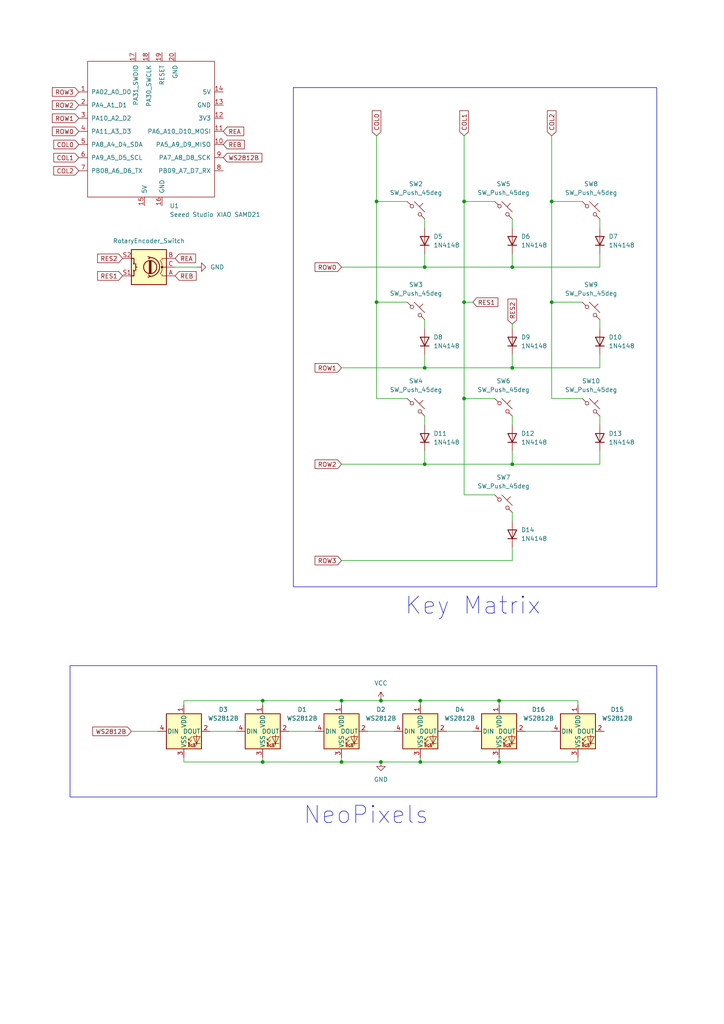
<source format=kicad_sch>
(kicad_sch (version 20231120) (generator "eeschema") (generator_version "8.0")
  (paper "A4" portrait)
  (lib_symbols
    (symbol "Device:RotaryEncoder_Switch" (pin_names (offset 0.254) hide)
      (property "Reference" "SW" (at 0 6.604 0))
      (property "Value" "RotaryEncoder_Switch" (at 0 -6.604 0))
      (symbol "RotaryEncoder_Switch_0_1"
        (rectangle (start -5.08 5.08) (end 5.08 -5.08) (stroke (width 0.254)) (fill (type background)))
        (circle (center -3.81 0) (radius 0.254) (fill (type outline)))
        (circle (center -0.381 0) (radius 1.905) (stroke (width 0.254)))
        (arc (start -0.381 2.667) (mid -3.0988 -0.0635) (end -0.381 -2.794) (stroke (width 0.254)))
        (polyline (pts (xy -0.635 -1.778) (xy -0.635 1.778)) (stroke (width 0.254)))
        (polyline (pts (xy -0.381 -1.778) (xy -0.381 1.778)) (stroke (width 0.254)))
        (polyline (pts (xy -0.127 1.778) (xy -0.127 -1.778)) (stroke (width 0.254)))
        (polyline (pts (xy 3.81 0) (xy 3.429 0)) (stroke (width 0.254)))
        (polyline (pts (xy 3.81 1.016) (xy 3.81 -1.016)) (stroke (width 0.254)))
        (polyline (pts (xy -5.08 -2.54) (xy -3.81 -2.54) (xy -3.81 -2.032)))
        (polyline (pts (xy -5.08 2.54) (xy -3.81 2.54) (xy -3.81 2.032)))
        (polyline (pts (xy 0.254 -3.048) (xy -0.508 -2.794) (xy 0.127 -2.413)) (stroke (width 0.254)))
        (polyline (pts (xy 0.254 2.921) (xy -0.508 2.667) (xy 0.127 2.286)) (stroke (width 0.254)))
        (polyline (pts (xy 5.08 -2.54) (xy 4.318 -2.54) (xy 4.318 -1.016)) (stroke (width 0.254)))
        (polyline (pts (xy 5.08 2.54) (xy 4.318 2.54) (xy 4.318 1.016)) (stroke (width 0.254)))
        (polyline (pts (xy -5.08 0) (xy -3.81 0) (xy -3.81 -1.016) (xy -3.302 -2.032)))
        (polyline (pts (xy -4.318 0) (xy -3.81 0) (xy -3.81 1.016) (xy -3.302 2.032)))
        (circle (center 4.318 -1.016) (radius 0.127) (stroke (width 0.254)))
        (circle (center 4.318 1.016) (radius 0.127) (stroke (width 0.254)))
      )
      (symbol "RotaryEncoder_Switch_1_1"
        (pin passive line (at -7.62 2.54 0) (length 2.54) (name "A") (number "A"))
        (pin passive line (at -7.62 -2.54 0) (length 2.54) (name "B") (number "B"))
        (pin passive line (at -7.62 0 0) (length 2.54) (name "C") (number "C"))
        (pin passive line (at 7.62 2.54 180) (length 2.54) (name "S1") (number "S1"))
        (pin passive line (at 7.62 -2.54 180) (length 2.54) (name "S2") (number "S2"))
      )
    )
    (symbol "Diode:1N4148" (pin_numbers hide) (pin_names hide)
      (property "Reference" "D" (at 0 2.54 0))
      (property "Value" "1N4148" (at 0 -2.54 0))
      (symbol "1N4148_0_1"
        (polyline (pts (xy -1.27 1.27) (xy -1.27 -1.27)) (stroke (width 0.254)))
        (polyline (pts (xy 1.27 0) (xy -1.27 0)))
        (polyline (pts (xy 1.27 1.27) (xy 1.27 -1.27) (xy -1.27 0) (xy 1.27 1.27)) (stroke (width 0.254)))
      )
      (symbol "1N4148_1_1"
        (pin passive line (at -3.81 0 0) (length 2.54) (name "K") (number "1"))
        (pin passive line (at 3.81 0 180) (length 2.54) (name "A") (number "2"))
      )
    )
    (symbol "LED:WS2812B" (pin_names (offset 0.254))
      (property "Reference" "D" (at 5.08 5.715 0))
      (property "Value" "WS2812B" (at 1.27 -5.715 0))
      (symbol "WS2812B_0_0"
        (text "RGB" (at 2.286 -4.191 0) (effects (font (size 0.762 0.762))))
      )
      (symbol "WS2812B_0_1"
        (polyline (pts (xy 1.27 -3.556) (xy 1.778 -3.556)))
        (polyline (pts (xy 1.27 -2.54) (xy 1.778 -2.54)))
        (polyline (pts (xy 4.699 -3.556) (xy 2.667 -3.556)))
        (polyline (pts (xy 2.286 -2.54) (xy 1.27 -3.556) (xy 1.27 -3.048)))
        (polyline (pts (xy 2.286 -1.524) (xy 1.27 -2.54) (xy 1.27 -2.032)))
        (polyline (pts (xy 3.683 -1.016) (xy 3.683 -3.556) (xy 3.683 -4.064)))
        (polyline (pts (xy 4.699 -1.524) (xy 2.667 -1.524) (xy 3.683 -3.556) (xy 4.699 -1.524)))
        (rectangle (start 5.08 5.08) (end -5.08 -5.08) (stroke (width 0.254)) (fill (type background)))
      )
      (symbol "WS2812B_1_1"
        (pin power_in line (at 0 7.62 270) (length 2.54) (name "VDD") (number "1"))
        (pin output line (at 7.62 0 180) (length 2.54) (name "DOUT") (number "2"))
        (pin power_in line (at 0 -7.62 90) (length 2.54) (name "VSS") (number "3"))
        (pin input line (at -7.62 0 0) (length 2.54) (name "DIN") (number "4"))
      )
    )
    (symbol "Seeed_Studio_XIAO_Series:Seeed Studio XIAO SAMD21" (pin_names (offset 1.016))
      (property "Reference" "U" (at -19.05 22.86 0))
      (property "Value" "Seeed Studio XIAO SAMD21" (at -12.7 21.59 0))
      (symbol "Seeed Studio XIAO SAMD21_0_1"
        (rectangle (start -19.05 20.32) (end 17.78 -19.05))
      )
      (symbol "Seeed Studio XIAO SAMD21_1_1"
        (pin unspecified line (at -21.59 11.43 0) (length 2.54) (name "PA02_A0_D0") (number "1"))
        (pin unspecified line (at 20.32 -3.81 180) (length 2.54) (name "PA5_A9_D9_MISO") (number "10"))
        (pin unspecified line (at 20.32 0 180) (length 2.54) (name "PA6_A10_D10_MOSI") (number "11"))
        (pin unspecified line (at 20.32 3.81 180) (length 2.54) (name "3V3") (number "12"))
        (pin unspecified line (at 20.32 7.62 180) (length 2.54) (name "GND") (number "13"))
        (pin unspecified line (at 20.32 11.43 180) (length 2.54) (name "5V") (number "14"))
        (pin input line (at -2.54 -21.59 90) (length 2.54) (name "5V") (number "15"))
        (pin input line (at 2.54 -21.59 90) (length 2.54) (name "GND") (number "16"))
        (pin input line (at -5.08 22.86 270) (length 2.54) (name "PA31_SWDIO") (number "17"))
        (pin input line (at -1.27 22.86 270) (length 2.54) (name "PA30_SWCLK") (number "18"))
        (pin input line (at 2.54 22.86 270) (length 2.54) (name "RESET") (number "19"))
        (pin unspecified line (at -21.59 7.62 0) (length 2.54) (name "PA4_A1_D1") (number "2"))
        (pin input line (at 6.35 22.86 270) (length 2.54) (name "GND") (number "20"))
        (pin unspecified line (at -21.59 3.81 0) (length 2.54) (name "PA10_A2_D2") (number "3"))
        (pin unspecified line (at -21.59 0 0) (length 2.54) (name "PA11_A3_D3") (number "4"))
        (pin unspecified line (at -21.59 -3.81 0) (length 2.54) (name "PA8_A4_D4_SDA") (number "5"))
        (pin unspecified line (at -21.59 -7.62 0) (length 2.54) (name "PA9_A5_D5_SCL") (number "6"))
        (pin unspecified line (at -21.59 -11.43 0) (length 2.54) (name "PB08_A6_D6_TX") (number "7"))
        (pin unspecified line (at 20.32 -11.43 180) (length 2.54) (name "PB09_A7_D7_RX") (number "8"))
        (pin unspecified line (at 20.32 -7.62 180) (length 2.54) (name "PA7_A8_D8_SCK") (number "9"))
      )
    )
    (symbol "Switch:SW_Push_45deg" (pin_numbers hide) (pin_names (offset 1.016) hide)
      (property "Reference" "SW" (at 3.048 1.016 0))
      (property "Value" "SW_Push_45deg" (at 0 -3.81 0))
      (symbol "SW_Push_45deg_0_1"
        (circle (center -1.1684 1.1684) (radius 0.508))
        (polyline (pts (xy -0.508 2.54) (xy 2.54 -0.508)))
        (polyline (pts (xy 1.016 1.016) (xy 2.032 2.032)))
        (polyline (pts (xy -2.54 2.54) (xy -1.524 1.524) (xy -1.524 1.524)))
        (polyline (pts (xy 1.524 -1.524) (xy 2.54 -2.54) (xy 2.54 -2.54) (xy 2.54 -2.54)))
        (circle (center 1.143 -1.1938) (radius 0.508))
        (pin passive line (at -2.54 2.54 0) (length 0) (name "1") (number "1"))
        (pin passive line (at 2.54 -2.54 180) (length 0) (name "2") (number "2"))
      )
    )
    (symbol "power:GND" (power) (pin_numbers hide) (pin_names (offset 0) hide)
      (property "Value" "GND" (at 0 -3.81 0))
      (symbol "GND_0_1"
        (polyline (pts (xy 0 0) (xy 0 -1.27) (xy 1.27 -1.27) (xy 0 -2.54) (xy -1.27 -1.27) (xy 0 -1.27)))
      )
      (symbol "GND_1_1"
        (pin power_in line (at 0 0 270) (length 0) (name "~") (number "1"))
      )
    )
    (symbol "power:VCC" (power) (pin_numbers hide) (pin_names (offset 0) hide)
      (property "Value" "VCC" (at 0 3.556 0))
      (symbol "VCC_0_1"
        (polyline (pts (xy -0.762 1.27) (xy 0 2.54)))
        (polyline (pts (xy 0 0) (xy 0 2.54)))
        (polyline (pts (xy 0 2.54) (xy 0.762 1.27)))
      )
      (symbol "VCC_1_1"
        (pin power_in line (at 0 0 90) (length 0) (name "~") (number "1"))
      )
    )
  )
  (junction (at 134.62 87.63))
  (junction (at 123.19 77.47))
  (junction (at 109.22 87.63))
  (junction (at 144.78 203.2))
  (junction (at 121.92 203.2))
  (junction (at 99.06 220.98))
  (junction (at 110.49 203.2))
  (junction (at 110.49 220.98))
  (junction (at 123.19 106.68))
  (junction (at 160.02 87.63))
  (junction (at 160.02 58.42))
  (junction (at 148.59 134.62))
  (junction (at 123.19 134.62))
  (junction (at 148.59 77.47))
  (junction (at 134.62 58.42))
  (junction (at 144.78 220.98))
  (junction (at 134.62 115.57))
  (junction (at 109.22 58.42))
  (junction (at 148.59 106.68))
  (junction (at 121.92 220.98))
  (junction (at 99.06 203.2))
  (junction (at 76.2 203.2))
  (junction (at 76.2 220.98))
  (wire (pts (xy 144.78 204.47) (xy 144.78 203.2)))
  (wire (pts (xy 123.19 102.87) (xy 123.19 106.68)))
  (wire (pts (xy 167.64 203.2) (xy 144.78 203.2)))
  (wire (pts (xy 99.06 134.62) (xy 123.19 134.62)))
  (wire (pts (xy 76.2 220.98) (xy 76.2 219.71)))
  (wire (pts (xy 160.02 87.63) (xy 160.02 115.57)))
  (wire (pts (xy 144.78 220.98) (xy 121.92 220.98)))
  (wire (pts (xy 123.19 77.47) (xy 148.59 77.47)))
  (wire (pts (xy 106.68 212.09) (xy 114.3 212.09)))
  (wire (pts (xy 121.92 203.2) (xy 144.78 203.2)))
  (wire (pts (xy 148.59 73.66) (xy 148.59 77.47)))
  (wire (pts (xy 167.64 219.71) (xy 167.64 220.98)))
  (wire (pts (xy 38.1 212.09) (xy 45.72 212.09)))
  (wire (pts (xy 109.22 58.42) (xy 109.22 87.63)))
  (wire (pts (xy 160.02 58.42) (xy 168.91 58.42)))
  (wire (pts (xy 110.49 220.98) (xy 121.92 220.98)))
  (wire (pts (xy 60.96 212.09) (xy 68.58 212.09)))
  (wire (pts (xy 167.64 204.47) (xy 167.64 203.2)))
  (wire (pts (xy 76.2 203.2) (xy 76.2 204.47)))
  (wire (pts (xy 123.19 63.5) (xy 123.19 66.04)))
  (wire (pts (xy 121.92 220.98) (xy 121.92 219.71)))
  (wire (pts (xy 53.34 203.2) (xy 53.34 204.47)))
  (wire (pts (xy 109.22 87.63) (xy 109.22 115.57)))
  (wire (pts (xy 134.62 115.57) (xy 134.62 143.51)))
  (wire (pts (xy 148.59 148.59) (xy 148.59 151.13)))
  (wire (pts (xy 144.78 219.71) (xy 144.78 220.98)))
  (wire (pts (xy 109.22 58.42) (xy 118.11 58.42)))
  (wire (pts (xy 152.4 212.09) (xy 160.02 212.09)))
  (wire (pts (xy 99.06 220.98) (xy 110.49 220.98)))
  (wire (pts (xy 173.99 77.47) (xy 173.99 73.66)))
  (wire (pts (xy 173.99 92.71) (xy 173.99 95.25)))
  (wire (pts (xy 160.02 87.63) (xy 168.91 87.63)))
  (wire (pts (xy 83.82 212.09) (xy 91.44 212.09)))
  (wire (pts (xy 134.62 58.42) (xy 143.51 58.42)))
  (wire (pts (xy 148.59 102.87) (xy 148.59 106.68)))
  (wire (pts (xy 148.59 130.81) (xy 148.59 134.62)))
  (wire (pts (xy 148.59 77.47) (xy 173.99 77.47)))
  (wire (pts (xy 148.59 93.98) (xy 148.59 95.25)))
  (wire (pts (xy 123.19 106.68) (xy 148.59 106.68)))
  (wire (pts (xy 99.06 203.2) (xy 110.49 203.2)))
  (wire (pts (xy 134.62 39.37) (xy 134.62 58.42)))
  (wire (pts (xy 129.54 212.09) (xy 137.16 212.09)))
  (wire (pts (xy 121.92 203.2) (xy 121.92 204.47)))
  (wire (pts (xy 99.06 203.2) (xy 99.06 204.47)))
  (wire (pts (xy 148.59 106.68) (xy 173.99 106.68)))
  (wire (pts (xy 134.62 58.42) (xy 134.62 87.63)))
  (wire (pts (xy 53.34 220.98) (xy 53.34 219.71)))
  (wire (pts (xy 148.59 63.5) (xy 148.59 66.04)))
  (wire (pts (xy 173.99 63.5) (xy 173.99 66.04)))
  (wire (pts (xy 99.06 77.47) (xy 123.19 77.47)))
  (wire (pts (xy 99.06 106.68) (xy 123.19 106.68)))
  (wire (pts (xy 123.19 92.71) (xy 123.19 95.25)))
  (wire (pts (xy 109.22 39.37) (xy 109.22 58.42)))
  (wire (pts (xy 76.2 203.2) (xy 99.06 203.2)))
  (wire (pts (xy 134.62 87.63) (xy 134.62 115.57)))
  (wire (pts (xy 134.62 115.57) (xy 143.51 115.57)))
  (wire (pts (xy 109.22 115.57) (xy 118.11 115.57)))
  (wire (pts (xy 76.2 220.98) (xy 99.06 220.98)))
  (wire (pts (xy 53.34 203.2) (xy 76.2 203.2)))
  (wire (pts (xy 123.19 73.66) (xy 123.19 77.47)))
  (wire (pts (xy 167.64 220.98) (xy 144.78 220.98)))
  (wire (pts (xy 110.49 203.2) (xy 121.92 203.2)))
  (wire (pts (xy 99.06 220.98) (xy 99.06 219.71)))
  (wire (pts (xy 148.59 134.62) (xy 173.99 134.62)))
  (wire (pts (xy 99.06 162.56) (xy 148.59 162.56)))
  (wire (pts (xy 160.02 115.57) (xy 168.91 115.57)))
  (wire (pts (xy 53.34 220.98) (xy 76.2 220.98)))
  (wire (pts (xy 109.22 87.63) (xy 118.11 87.63)))
  (wire (pts (xy 57.15 77.47) (xy 50.8 77.47)))
  (wire (pts (xy 123.19 130.81) (xy 123.19 134.62)))
  (wire (pts (xy 123.19 134.62) (xy 148.59 134.62)))
  (wire (pts (xy 134.62 143.51) (xy 143.51 143.51)))
  (wire (pts (xy 173.99 120.65) (xy 173.99 123.19)))
  (wire (pts (xy 134.62 87.63) (xy 137.16 87.63)))
  (wire (pts (xy 173.99 106.68) (xy 173.99 102.87)))
  (wire (pts (xy 160.02 58.42) (xy 160.02 87.63)))
  (wire (pts (xy 160.02 39.37) (xy 160.02 58.42)))
  (wire (pts (xy 148.59 162.56) (xy 148.59 158.75)))
  (wire (pts (xy 123.19 120.65) (xy 123.19 123.19)))
  (wire (pts (xy 148.59 120.65) (xy 148.59 123.19)))
  (wire (pts (xy 173.99 134.62) (xy 173.99 130.81)))
  (rectangle (start 85.09 25.4) (end 190.5 170.18))
  (rectangle (start 20.32 193.04) (end 190.5 231.14))
  (text "NeoPixels" (at 106.172 236.474 0) (effects (font (size 5 5))))
  (text "Key Matrix" (at 137.16 175.768 0) (effects (font (size 5 5))))
  (global_label "COL0" (shape input) (at 109.22 39.37 90) (property "Intersheetrefs" "${INTERSHEET_REFS}" (effects (hide yes))))
  (global_label "WS2812B" (shape input) (at 64.77 45.72 0) (property "Intersheetrefs" "${INTERSHEET_REFS}" (effects (hide yes))))
  (global_label "REA" (shape input) (at 64.77 38.1 0) (property "Intersheetrefs" "${INTERSHEET_REFS}" (effects (hide yes))))
  (global_label "COL1" (shape input) (at 22.86 45.72 180) (property "Intersheetrefs" "${INTERSHEET_REFS}" (effects (hide yes))))
  (global_label "ROW2" (shape input) (at 99.06 134.62 180) (property "Intersheetrefs" "${INTERSHEET_REFS}" (effects (hide yes))))
  (global_label "COL2" (shape input) (at 22.86 49.53 180) (property "Intersheetrefs" "${INTERSHEET_REFS}" (effects (hide yes))))
  (global_label "RES1" (shape input) (at 35.56 80.01 180) (property "Intersheetrefs" "${INTERSHEET_REFS}" (effects (hide yes))))
  (global_label "REB" (shape input) (at 64.77 41.91 0) (property "Intersheetrefs" "${INTERSHEET_REFS}" (effects (hide yes))))
  (global_label "WS2812B" (shape input) (at 38.1 212.09 180) (property "Intersheetrefs" "${INTERSHEET_REFS}" (effects (hide yes))))
  (global_label "REB" (shape input) (at 50.8 80.01 0) (property "Intersheetrefs" "${INTERSHEET_REFS}" (effects (hide yes))))
  (global_label "ROW1" (shape input) (at 22.86 34.29 180) (property "Intersheetrefs" "${INTERSHEET_REFS}" (effects (hide yes))))
  (global_label "ROW3" (shape input) (at 22.86 26.67 180) (property "Intersheetrefs" "${INTERSHEET_REFS}" (effects (hide yes))))
  (global_label "ROW0" (shape input) (at 99.06 77.47 180) (property "Intersheetrefs" "${INTERSHEET_REFS}" (effects (hide yes))))
  (global_label "RES2" (shape input) (at 35.56 74.93 180) (property "Intersheetrefs" "${INTERSHEET_REFS}" (effects (hide yes))))
  (global_label "COL1" (shape input) (at 134.62 39.37 90) (property "Intersheetrefs" "${INTERSHEET_REFS}" (effects (hide yes))))
  (global_label "REA" (shape input) (at 50.8 74.93 0) (property "Intersheetrefs" "${INTERSHEET_REFS}" (effects (hide yes))))
  (global_label "RES1" (shape input) (at 137.16 87.63 0) (property "Intersheetrefs" "${INTERSHEET_REFS}" (effects (hide yes))))
  (global_label "ROW3" (shape input) (at 99.06 162.56 180) (property "Intersheetrefs" "${INTERSHEET_REFS}" (effects (hide yes))))
  (global_label "ROW2" (shape input) (at 22.86 30.48 180) (property "Intersheetrefs" "${INTERSHEET_REFS}" (effects (hide yes))))
  (global_label "COL2" (shape input) (at 160.02 39.37 90) (property "Intersheetrefs" "${INTERSHEET_REFS}" (effects (hide yes))))
  (global_label "ROW0" (shape input) (at 22.86 38.1 180) (property "Intersheetrefs" "${INTERSHEET_REFS}" (effects (hide yes))))
  (global_label "RES2" (shape input) (at 148.59 93.98 90) (property "Intersheetrefs" "${INTERSHEET_REFS}" (effects (hide yes))))
  (global_label "COL0" (shape input) (at 22.86 41.91 180) (property "Intersheetrefs" "${INTERSHEET_REFS}" (effects (hide yes))))
  (global_label "ROW1" (shape input) (at 99.06 106.68 180) (property "Intersheetrefs" "${INTERSHEET_REFS}" (effects (hide yes))))
  (symbol (lib_id "Switch:SW_Push_45deg") (at 171.45 90.17 0) (unit 1)
    (property "Reference" "SW9" (at 171.45 82.55 0))
    (property "Value" "SW_Push_45deg" (at 171.45 85.09 0))
    (property "Footprint" "PCM_Switch_Keyboard_Cherry_MX:SW_Cherry_MX_PCB_1.00u" (effects (hide yes)))
    (property "Description" "Push button switch, normally open, two pins, 45° tilted" (effects (hide yes)))
  )
  (symbol (lib_id "Seeed_Studio_XIAO_Series:Seeed Studio XIAO SAMD21") (at 44.45 38.1 0) (unit 1)
    (property "Reference" "U1" (at 49.1841 59.69 0) (effects (justify left)))
    (property "Value" "Seeed Studio XIAO SAMD21" (at 49.1841 62.23 0) (effects (justify left)))
    (property "Footprint" "Library:XIAO-Generic-Hybrid-14P-2.54-21X17.8MM0-alternate" (effects (hide yes)))
  )
  (symbol (lib_id "Diode:1N4148") (at 173.99 69.85 90) (unit 1)
    (property "Reference" "D7" (at 176.53 68.5799 90) (effects (justify right)))
    (property "Value" "1N4148" (at 176.53 71.1199 90) (effects (justify right)))
    (property "Footprint" "Diode_THT:D_DO-35_SOD27_P7.62mm_Horizontal" (effects (hide yes)))
    (property "Datasheet" "https://assets.nexperia.com/documents/data-sheet/1N4148_1N4448.pdf" (effects (hide yes)))
    (property "Description" "100V 0.15A standard switching diode, DO-35" (effects (hide yes)))
    (property "Sim.Device" "D" (effects (hide yes)))
    (property "Sim.Pins" "1=K 2=A" (effects (hide yes)))
  )
  (symbol (lib_id "LED:WS2812B") (at 53.34 212.09 0) (unit 1)
    (property "Reference" "D3" (at 64.77 205.7714 0))
    (property "Value" "WS2812B" (at 64.77 208.3114 0))
    (property "Footprint" "LED_SMD:LED_WS2812B_PLCC4_5.0x5.0mm_P3.2mm" (effects (hide yes)))
    (property "Datasheet" "https://cdn-shop.adafruit.com/datasheets/WS2812B.pdf" (effects (hide yes)))
    (property "Description" "RGB LED with integrated controller" (effects (hide yes)))
  )
  (symbol (lib_id "Switch:SW_Push_45deg") (at 171.45 60.96 0) (unit 1)
    (property "Reference" "SW8" (at 171.45 53.34 0))
    (property "Value" "SW_Push_45deg" (at 171.45 55.88 0))
    (property "Footprint" "PCM_Switch_Keyboard_Cherry_MX:SW_Cherry_MX_PCB_1.00u" (effects (hide yes)))
    (property "Description" "Push button switch, normally open, two pins, 45° tilted" (effects (hide yes)))
  )
  (symbol (lib_id "Device:RotaryEncoder_Switch") (at 43.18 77.47 180) (unit 1)
    (property "Reference" "SW1" (effects (hide yes)))
    (property "Value" "RotaryEncoder_Switch" (at 43.18 69.85 0))
    (property "Footprint" "Rotary_Encoder:RotaryEncoder_Alps_EC11E-Switch_Vertical_H20mm_CircularMountingHoles" (effects (hide yes)))
    (property "Description" "Rotary encoder, dual channel, incremental quadrate outputs, with switch" (effects (hide yes)))
  )
  (symbol (lib_id "Switch:SW_Push_45deg") (at 146.05 118.11 0) (unit 1)
    (property "Reference" "SW6" (at 146.05 110.49 0))
    (property "Value" "SW_Push_45deg" (at 146.05 113.03 0))
    (property "Footprint" "PCM_Switch_Keyboard_Cherry_MX:SW_Cherry_MX_PCB_1.00u" (effects (hide yes)))
    (property "Description" "Push button switch, normally open, two pins, 45° tilted" (effects (hide yes)))
  )
  (symbol (lib_id "Diode:1N4148") (at 148.59 154.94 90) (unit 1)
    (property "Reference" "D14" (at 151.13 153.6699 90) (effects (justify right)))
    (property "Value" "1N4148" (at 151.13 156.2099 90) (effects (justify right)))
    (property "Footprint" "Diode_THT:D_DO-35_SOD27_P7.62mm_Horizontal" (effects (hide yes)))
    (property "Datasheet" "https://assets.nexperia.com/documents/data-sheet/1N4148_1N4448.pdf" (effects (hide yes)))
    (property "Description" "100V 0.15A standard switching diode, DO-35" (effects (hide yes)))
    (property "Sim.Device" "D" (effects (hide yes)))
    (property "Sim.Pins" "1=K 2=A" (effects (hide yes)))
  )
  (symbol (lib_id "Switch:SW_Push_45deg") (at 120.65 90.17 0) (unit 1)
    (property "Reference" "SW3" (at 120.65 82.55 0))
    (property "Value" "SW_Push_45deg" (at 120.65 85.09 0))
    (property "Footprint" "PCM_Switch_Keyboard_Cherry_MX:SW_Cherry_MX_PCB_1.00u" (effects (hide yes)))
    (property "Description" "Push button switch, normally open, two pins, 45° tilted" (effects (hide yes)))
  )
  (symbol (lib_id "LED:WS2812B") (at 99.06 212.09 0) (unit 1)
    (property "Reference" "D2" (at 110.49 205.7714 0))
    (property "Value" "WS2812B" (at 110.49 208.3114 0))
    (property "Footprint" "LED_SMD:LED_WS2812B_PLCC4_5.0x5.0mm_P3.2mm" (effects (hide yes)))
    (property "Datasheet" "https://cdn-shop.adafruit.com/datasheets/WS2812B.pdf" (effects (hide yes)))
    (property "Description" "RGB LED with integrated controller" (effects (hide yes)))
  )
  (symbol (lib_id "LED:WS2812B") (at 76.2 212.09 0) (unit 1)
    (property "Reference" "D1" (at 87.63 205.7714 0))
    (property "Value" "WS2812B" (at 87.63 208.3114 0))
    (property "Footprint" "LED_SMD:LED_WS2812B_PLCC4_5.0x5.0mm_P3.2mm" (effects (hide yes)))
    (property "Datasheet" "https://cdn-shop.adafruit.com/datasheets/WS2812B.pdf" (effects (hide yes)))
    (property "Description" "RGB LED with integrated controller" (effects (hide yes)))
  )
  (symbol (lib_id "Diode:1N4148") (at 123.19 69.85 90) (unit 1)
    (property "Reference" "D5" (at 125.73 68.5799 90) (effects (justify right)))
    (property "Value" "1N4148" (at 125.73 71.1199 90) (effects (justify right)))
    (property "Footprint" "Diode_THT:D_DO-35_SOD27_P7.62mm_Horizontal" (effects (hide yes)))
    (property "Datasheet" "https://assets.nexperia.com/documents/data-sheet/1N4148_1N4448.pdf" (effects (hide yes)))
    (property "Description" "100V 0.15A standard switching diode, DO-35" (effects (hide yes)))
    (property "Sim.Device" "D" (effects (hide yes)))
    (property "Sim.Pins" "1=K 2=A" (effects (hide yes)))
  )
  (symbol (lib_id "LED:WS2812B") (at 121.92 212.09 0) (unit 1)
    (property "Reference" "D4" (at 133.35 205.7714 0))
    (property "Value" "WS2812B" (at 133.35 208.3114 0))
    (property "Footprint" "LED_SMD:LED_WS2812B_PLCC4_5.0x5.0mm_P3.2mm" (effects (hide yes)))
    (property "Datasheet" "https://cdn-shop.adafruit.com/datasheets/WS2812B.pdf" (effects (hide yes)))
    (property "Description" "RGB LED with integrated controller" (effects (hide yes)))
  )
  (symbol (lib_id "power:VCC") (at 110.49 203.2 0) (unit 1)
    (property "Reference" "#PWR01" (effects (hide yes)))
    (property "Value" "VCC" (at 110.49 198.12 0))
    (property "Description" "Power symbol creates a global label with name \"VCC\"" (effects (hide yes)))
  )
  (symbol (lib_id "Diode:1N4148") (at 173.99 127 90) (unit 1)
    (property "Reference" "D13" (at 176.53 125.7299 90) (effects (justify right)))
    (property "Value" "1N4148" (at 176.53 128.2699 90) (effects (justify right)))
    (property "Footprint" "Diode_THT:D_DO-35_SOD27_P7.62mm_Horizontal" (effects (hide yes)))
    (property "Datasheet" "https://assets.nexperia.com/documents/data-sheet/1N4148_1N4448.pdf" (effects (hide yes)))
    (property "Description" "100V 0.15A standard switching diode, DO-35" (effects (hide yes)))
    (property "Sim.Device" "D" (effects (hide yes)))
    (property "Sim.Pins" "1=K 2=A" (effects (hide yes)))
  )
  (symbol (lib_id "Switch:SW_Push_45deg") (at 146.05 60.96 0) (unit 1)
    (property "Reference" "SW5" (at 146.05 53.34 0))
    (property "Value" "SW_Push_45deg" (at 146.05 55.88 0))
    (property "Footprint" "PCM_Switch_Keyboard_Cherry_MX:SW_Cherry_MX_PCB_1.00u" (effects (hide yes)))
    (property "Description" "Push button switch, normally open, two pins, 45° tilted" (effects (hide yes)))
  )
  (symbol (lib_id "Diode:1N4148") (at 123.19 127 90) (unit 1)
    (property "Reference" "D11" (at 125.73 125.7299 90) (effects (justify right)))
    (property "Value" "1N4148" (at 125.73 128.2699 90) (effects (justify right)))
    (property "Footprint" "Diode_THT:D_DO-35_SOD27_P7.62mm_Horizontal" (effects (hide yes)))
    (property "Datasheet" "https://assets.nexperia.com/documents/data-sheet/1N4148_1N4448.pdf" (effects (hide yes)))
    (property "Description" "100V 0.15A standard switching diode, DO-35" (effects (hide yes)))
    (property "Sim.Device" "D" (effects (hide yes)))
    (property "Sim.Pins" "1=K 2=A" (effects (hide yes)))
  )
  (symbol (lib_id "power:GND") (at 110.49 220.98 0) (unit 1)
    (property "Reference" "#PWR02" (effects (hide yes)))
    (property "Value" "GND" (at 110.49 226.06 0))
    (property "Description" "Power symbol creates a global label with name \"GND\" , ground" (effects (hide yes)))
  )
  (symbol (lib_id "Diode:1N4148") (at 123.19 99.06 90) (unit 1)
    (property "Reference" "D8" (at 125.73 97.7899 90) (effects (justify right)))
    (property "Value" "1N4148" (at 125.73 100.3299 90) (effects (justify right)))
    (property "Footprint" "Diode_THT:D_DO-35_SOD27_P7.62mm_Horizontal" (effects (hide yes)))
    (property "Datasheet" "https://assets.nexperia.com/documents/data-sheet/1N4148_1N4448.pdf" (effects (hide yes)))
    (property "Description" "100V 0.15A standard switching diode, DO-35" (effects (hide yes)))
    (property "Sim.Device" "D" (effects (hide yes)))
    (property "Sim.Pins" "1=K 2=A" (effects (hide yes)))
  )
  (symbol (lib_id "Diode:1N4148") (at 148.59 127 90) (unit 1)
    (property "Reference" "D12" (at 151.13 125.7299 90) (effects (justify right)))
    (property "Value" "1N4148" (at 151.13 128.2699 90) (effects (justify right)))
    (property "Footprint" "Diode_THT:D_DO-35_SOD27_P7.62mm_Horizontal" (effects (hide yes)))
    (property "Datasheet" "https://assets.nexperia.com/documents/data-sheet/1N4148_1N4448.pdf" (effects (hide yes)))
    (property "Description" "100V 0.15A standard switching diode, DO-35" (effects (hide yes)))
    (property "Sim.Device" "D" (effects (hide yes)))
    (property "Sim.Pins" "1=K 2=A" (effects (hide yes)))
  )
  (symbol (lib_id "Diode:1N4148") (at 148.59 69.85 90) (unit 1)
    (property "Reference" "D6" (at 151.13 68.5799 90) (effects (justify right)))
    (property "Value" "1N4148" (at 151.13 71.1199 90) (effects (justify right)))
    (property "Footprint" "Diode_THT:D_DO-35_SOD27_P7.62mm_Horizontal" (effects (hide yes)))
    (property "Datasheet" "https://assets.nexperia.com/documents/data-sheet/1N4148_1N4448.pdf" (effects (hide yes)))
    (property "Description" "100V 0.15A standard switching diode, DO-35" (effects (hide yes)))
    (property "Sim.Device" "D" (effects (hide yes)))
    (property "Sim.Pins" "1=K 2=A" (effects (hide yes)))
  )
  (symbol (lib_id "Switch:SW_Push_45deg") (at 146.05 146.05 0) (unit 1)
    (property "Reference" "SW7" (at 146.05 138.43 0))
    (property "Value" "SW_Push_45deg" (at 146.05 140.97 0))
    (property "Footprint" "PCM_Switch_Keyboard_Cherry_MX:SW_Cherry_MX_PCB_3.00u_90deg" (effects (hide yes)))
    (property "Description" "Push button switch, normally open, two pins, 45° tilted" (effects (hide yes)))
  )
  (symbol (lib_id "Switch:SW_Push_45deg") (at 171.45 118.11 0) (unit 1)
    (property "Reference" "SW10" (at 171.45 110.49 0))
    (property "Value" "SW_Push_45deg" (at 171.45 113.03 0))
    (property "Footprint" "PCM_Switch_Keyboard_Cherry_MX:SW_Cherry_MX_PCB_1.00u" (effects (hide yes)))
    (property "Description" "Push button switch, normally open, two pins, 45° tilted" (effects (hide yes)))
  )
  (symbol (lib_id "Diode:1N4148") (at 173.99 99.06 90) (unit 1)
    (property "Reference" "D10" (at 176.53 97.7899 90) (effects (justify right)))
    (property "Value" "1N4148" (at 176.53 100.3299 90) (effects (justify right)))
    (property "Footprint" "Diode_THT:D_DO-35_SOD27_P7.62mm_Horizontal" (effects (hide yes)))
    (property "Datasheet" "https://assets.nexperia.com/documents/data-sheet/1N4148_1N4448.pdf" (effects (hide yes)))
    (property "Description" "100V 0.15A standard switching diode, DO-35" (effects (hide yes)))
    (property "Sim.Device" "D" (effects (hide yes)))
    (property "Sim.Pins" "1=K 2=A" (effects (hide yes)))
  )
  (symbol (lib_id "Switch:SW_Push_45deg") (at 120.65 60.96 0) (unit 1)
    (property "Reference" "SW2" (at 120.65 53.34 0))
    (property "Value" "SW_Push_45deg" (at 120.65 55.88 0))
    (property "Footprint" "PCM_Switch_Keyboard_Cherry_MX:SW_Cherry_MX_PCB_1.00u" (effects (hide yes)))
    (property "Description" "Push button switch, normally open, two pins, 45° tilted" (effects (hide yes)))
  )
  (symbol (lib_id "Switch:SW_Push_45deg") (at 120.65 118.11 0) (unit 1)
    (property "Reference" "SW4" (at 120.65 110.49 0))
    (property "Value" "SW_Push_45deg" (at 120.65 113.03 0))
    (property "Footprint" "PCM_Switch_Keyboard_Cherry_MX:SW_Cherry_MX_PCB_1.00u" (effects (hide yes)))
    (property "Description" "Push button switch, normally open, two pins, 45° tilted" (effects (hide yes)))
  )
  (symbol (lib_id "LED:WS2812B") (at 167.64 212.09 0) (unit 1)
    (property "Reference" "D15" (at 179.07 205.7714 0))
    (property "Value" "WS2812B" (at 179.07 208.3114 0))
    (property "Footprint" "LED_SMD:LED_WS2812B_PLCC4_5.0x5.0mm_P3.2mm" (effects (hide yes)))
    (property "Datasheet" "https://cdn-shop.adafruit.com/datasheets/WS2812B.pdf" (effects (hide yes)))
    (property "Description" "RGB LED with integrated controller" (effects (hide yes)))
  )
  (symbol (lib_id "LED:WS2812B") (at 144.78 212.09 0) (unit 1)
    (property "Reference" "D16" (at 156.21 205.7714 0))
    (property "Value" "WS2812B" (at 156.21 208.3114 0))
    (property "Footprint" "LED_SMD:LED_WS2812B_PLCC4_5.0x5.0mm_P3.2mm" (effects (hide yes)))
    (property "Datasheet" "https://cdn-shop.adafruit.com/datasheets/WS2812B.pdf" (effects (hide yes)))
    (property "Description" "RGB LED with integrated controller" (effects (hide yes)))
  )
  (symbol (lib_id "power:GND") (at 57.15 77.47 90) (unit 1)
    (property "Reference" "#PWR03" (effects (hide yes)))
    (property "Value" "GND" (at 60.96 77.4699 90) (effects (justify right)))
    (property "Description" "Power symbol creates a global label with name \"GND\" , ground" (effects (hide yes)))
  )
  (symbol (lib_id "Diode:1N4148") (at 148.59 99.06 90) (unit 1)
    (property "Reference" "D9" (at 151.13 97.7899 90) (effects (justify right)))
    (property "Value" "1N4148" (at 151.13 100.3299 90) (effects (justify right)))
    (property "Footprint" "Diode_THT:D_DO-35_SOD27_P7.62mm_Horizontal" (effects (hide yes)))
    (property "Datasheet" "https://assets.nexperia.com/documents/data-sheet/1N4148_1N4448.pdf" (effects (hide yes)))
    (property "Description" "100V 0.15A standard switching diode, DO-35" (effects (hide yes)))
    (property "Sim.Device" "D" (effects (hide yes)))
    (property "Sim.Pins" "1=K 2=A" (effects (hide yes)))
  )
)
</source>
